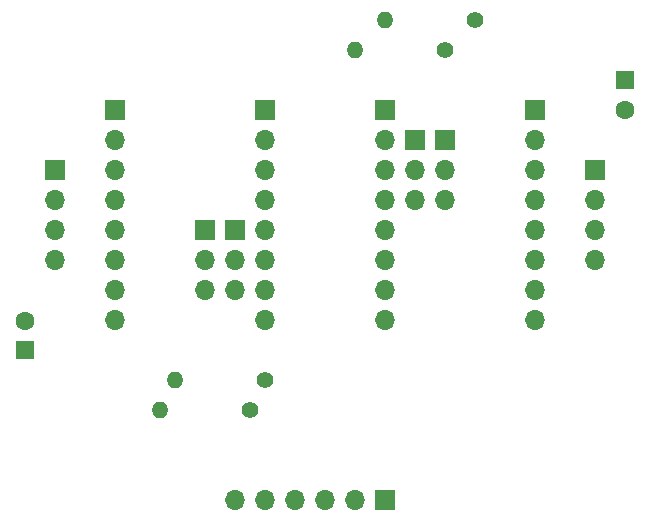
<source format=gbs>
G04 #@! TF.GenerationSoftware,KiCad,Pcbnew,(6.0.2)*
G04 #@! TF.CreationDate,2025-01-10T20:50:02+01:00*
G04 #@! TF.ProjectId,2motor,326d6f74-6f72-42e6-9b69-6361645f7063,rev?*
G04 #@! TF.SameCoordinates,Original*
G04 #@! TF.FileFunction,Soldermask,Bot*
G04 #@! TF.FilePolarity,Negative*
%FSLAX46Y46*%
G04 Gerber Fmt 4.6, Leading zero omitted, Abs format (unit mm)*
G04 Created by KiCad (PCBNEW (6.0.2)) date 2025-01-10 20:50:02*
%MOMM*%
%LPD*%
G01*
G04 APERTURE LIST*
%ADD10R,1.700000X1.700000*%
%ADD11O,1.700000X1.700000*%
%ADD12C,1.400000*%
%ADD13O,1.400000X1.400000*%
%ADD14R,1.600000X1.600000*%
%ADD15C,1.600000*%
G04 APERTURE END LIST*
D10*
X129540000Y-99060000D03*
D11*
X129540000Y-101600000D03*
X129540000Y-104140000D03*
X129540000Y-106680000D03*
X129540000Y-109220000D03*
X129540000Y-111760000D03*
X129540000Y-114300000D03*
X129540000Y-116840000D03*
D10*
X144780000Y-101600000D03*
D11*
X144780000Y-104140000D03*
X144780000Y-106680000D03*
D12*
X128270000Y-124460000D03*
D13*
X120650000Y-124460000D03*
D10*
X139700000Y-132080000D03*
D11*
X137160000Y-132080000D03*
X134620000Y-132080000D03*
X132080000Y-132080000D03*
X129540000Y-132080000D03*
X127000000Y-132080000D03*
D14*
X160020000Y-96520000D03*
D15*
X160020000Y-99020000D03*
D10*
X124460000Y-109220000D03*
D11*
X124460000Y-111760000D03*
X124460000Y-114300000D03*
D12*
X144780000Y-93980000D03*
D13*
X137160000Y-93980000D03*
D10*
X152400000Y-99060000D03*
D11*
X152400000Y-101600000D03*
X152400000Y-104140000D03*
X152400000Y-106680000D03*
X152400000Y-109220000D03*
X152400000Y-111760000D03*
X152400000Y-114300000D03*
X152400000Y-116840000D03*
D12*
X147320000Y-91440000D03*
D13*
X139700000Y-91440000D03*
D10*
X139700000Y-99060000D03*
D11*
X139700000Y-101600000D03*
X139700000Y-104140000D03*
X139700000Y-106680000D03*
X139700000Y-109220000D03*
X139700000Y-111760000D03*
X139700000Y-114300000D03*
X139700000Y-116840000D03*
D12*
X129540000Y-121920000D03*
D13*
X121920000Y-121920000D03*
D10*
X111760000Y-104140000D03*
D11*
X111760000Y-106680000D03*
X111760000Y-109220000D03*
X111760000Y-111760000D03*
D10*
X116840000Y-99060000D03*
D11*
X116840000Y-101600000D03*
X116840000Y-104140000D03*
X116840000Y-106680000D03*
X116840000Y-109220000D03*
X116840000Y-111760000D03*
X116840000Y-114300000D03*
X116840000Y-116840000D03*
D10*
X127000000Y-109220000D03*
D11*
X127000000Y-111760000D03*
X127000000Y-114300000D03*
D10*
X142240000Y-101600000D03*
D11*
X142240000Y-104140000D03*
X142240000Y-106680000D03*
D14*
X109220000Y-119380000D03*
D15*
X109220000Y-116880000D03*
D10*
X157480000Y-104140000D03*
D11*
X157480000Y-106680000D03*
X157480000Y-109220000D03*
X157480000Y-111760000D03*
M02*

</source>
